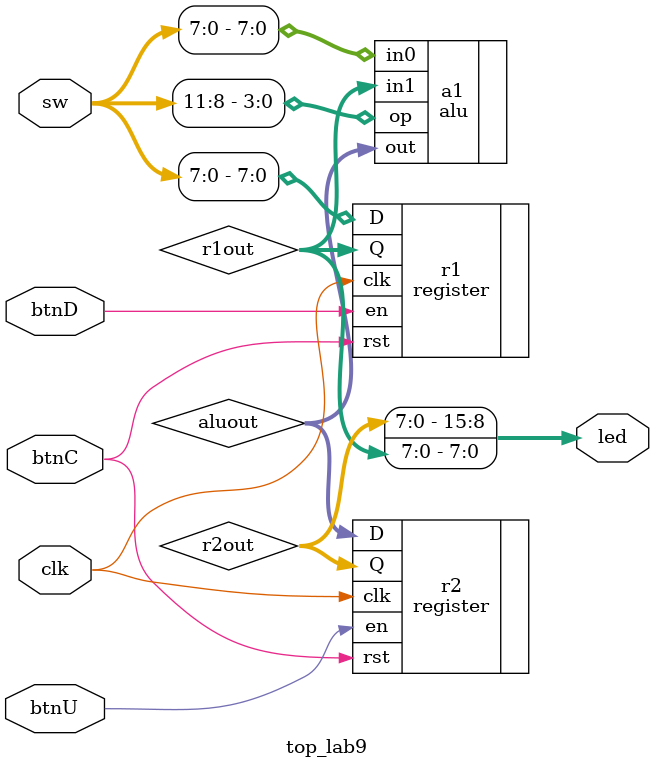
<source format=sv>
`timescale 1ns / 1ps

module top_lab9(
input btnU, btnD, clk, btnC, input [15:0] sw, 
output [15:0] led);

wire [7:0] r1out, aluout, r2out;

register #(.N(8)) r1(.clk(clk), .D(sw[7:0]), .en(btnD), .rst(btnC), .Q(r1out));
alu #(.N(8)) a1(.in0(sw[7:0]), .in1(r1out), .op(sw[11:8]), .out(aluout));
register #(.N(8)) r2(.clk(clk), .D(aluout), .en(btnU), .rst(btnC), .Q(r2out));
assign led = {r2out, r1out};

endmodule

</source>
